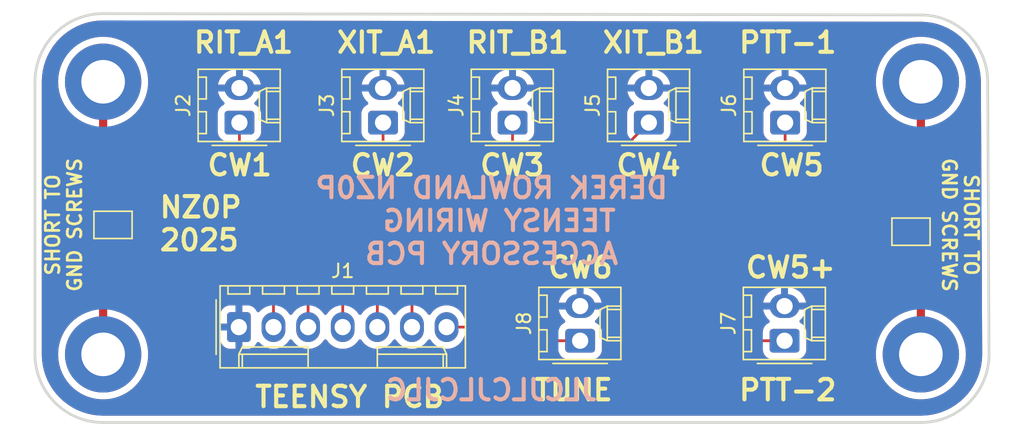
<source format=kicad_pcb>
(kicad_pcb (version 20240108) (generator "pcbnew") (generator_version "8.0")
  (layers (0 "F.Cu" signal) (31 "B.Cu" signal) (34 "B.Paste" user) (35 "F.Paste" user) (36 "B.SilkS" user "B.Silkscreen") (37 "F.SilkS" user "F.Silkscreen") (38 "B.Mask" user) (39 "F.Mask" user) (44 "Edge.Cuts" user))
  (net 0 "")
  (net 1 "/XIT_B1-CW4")
  (net 2 "/RIT_B1-CW3")
  (net 3 "/XIT_A1-CW2")
  (net 4 "GND")
  (net 5 "/TUNE-CW6")
  (net 6 "/RIT_A1-CW1")
  (net 7 "/PTT-CW5")
  (net 8 "/hole1")
  (net 9 "/hole2")
  (footprint "MountingHole:MountingHole_3.2mm_M3_DIN965_Pad" (layer "F.Cu") (at 150 105)
    (property "Reference" "H2" (hide yes))
    (property "Value" "MountingHole_Pad")
    (pad "1" thru_hole circle (at 0 0) (size 5.6 5.6) (drill 3.2) (layers "*.Cu" "*.Mask") (net 8 "/hole1"))
  )
  (footprint "Connector_Molex:Molex_KK-254_AE-6410-02A_1x02_P2.54mm_Vertical" (layer "F.Cu") (at 130.04 88 90)
    (property "Reference" "J5" (at 1.27 -4.12 90) (layer "F.SilkS"))
    (property "Value" "Conn_01x02_Pin")
    (fp_line (start 3.92 -3.03) (end -1.38 -3.03) (stroke (width 0.12)) (layer "F.SilkS"))
    (fp_line (start 1.74 -3.03) (end 1.74 -2.43) (stroke (width 0.12)) (layer "F.SilkS"))
    (fp_line (start -0.8 -3.03) (end -0.8 -2.43) (stroke (width 0.12)) (layer "F.SilkS"))
    (fp_line (start -1.38 -3.03) (end -1.38 2.99) (stroke (width 0.12)) (layer "F.SilkS"))
    (fp_line (start 3.34 -2.43) (end 3.34 -3.03) (stroke (width 0.12)) (layer "F.SilkS"))
    (fp_line (start 1.74 -2.43) (end 3.34 -2.43) (stroke (width 0.12)) (layer "F.SilkS"))
    (fp_line (start 0.8 -2.43) (end 0.8 -3.03) (stroke (width 0.12)) (layer "F.SilkS"))
    (fp_line (start -0.8 -2.43) (end 0.8 -2.43) (stroke (width 0.12)) (layer "F.SilkS"))
    (fp_line (start -1.67 -2) (end -1.67 2) (stroke (width 0.12)) (layer "F.SilkS"))
    (fp_line (start 2.29 1.46) (end 2.54 1.99) (stroke (width 0.12)) (layer "F.SilkS"))
    (fp_line (start 0.25 1.46) (end 2.29 1.46) (stroke (width 0.12)) (layer "F.SilkS"))
    (fp_line (start 2.54 1.99) (end 2.54 2.99) (stroke (width 0.12)) (layer "F.SilkS"))
    (fp_line (start 0 1.99) (end 0.25 1.46) (stroke (width 0.12)) (layer "F.SilkS"))
    (fp_line (start 0 1.99) (end 2.54 1.99) (stroke (width 0.12)) (layer "F.SilkS"))
    (fp_line (start 3.92 2.99) (end 3.92 -3.03) (stroke (width 0.12)) (layer "F.SilkS"))
    (fp_line (start 2.29 2.99) (end 2.29 1.99) (stroke (width 0.12)) (layer "F.SilkS"))
    (fp_line (start 0.25 2.99) (end 0.25 1.99) (stroke (width 0.12)) (layer "F.SilkS"))
    (fp_line (start 0 2.99) (end 0 1.99) (stroke (width 0.12)) (layer "F.SilkS"))
    (fp_line (start -1.38 2.99) (end 3.92 2.99) (stroke (width 0.12)) (layer "F.SilkS"))
    (pad "1" thru_hole roundrect (at 0 0 90) (size 1.74 2.19) (drill 1.19) (layers "*.Cu" "*.Mask") (roundrect_rratio 0.143678) (net 1 "/XIT_B1-CW4"))
    (pad "2" thru_hole oval (at 2.54 0 90) (size 1.74 2.19) (drill 1.19) (layers "*.Cu" "*.Mask") (net 4 "GND"))
  )
  (footprint "Jumper:SolderJumper-2_P1.3mm_Open_TrianglePad1.0x1.5mm" (layer "F.Cu") (at 90.725 95.5)
    (property "Reference" "JP2" (hide yes))
    (property "Value" "SolderJumper_2_Open")
    (fp_line (start -1.4 -1) (end 1.4 -1) (stroke (width 0.12)) (layer "F.SilkS"))
    (fp_line (start -1.4 1) (end -1.4 -1) (stroke (width 0.12)) (layer "F.SilkS"))
    (fp_line (start 1.4 -1) (end 1.4 1) (stroke (width 0.12)) (layer "F.SilkS"))
    (fp_line (start 1.4 1) (end -1.4 1) (stroke (width 0.12)) (layer "F.SilkS"))
    (pad "1" smd custom (at -0.725 0) (size 0.3 0.3) (layers "F.Cu" "F.Mask") (net 9 "/hole2") (options (clearance outline) (anchor rect)) (primitives (gr_poly (pts (xy 1 0) (xy 0.5 0.75) (xy -0.5 0.75) (xy -0.5 -0.75) (xy 0.5 -0.75)) (width 0) (fill yes))))
    (pad "2" smd custom (at 0.725 0) (size 0.3 0.3) (layers "F.Cu" "F.Mask") (net 4 "GND") (options (clearance outline) (anchor rect)) (primitives (gr_poly (pts (xy 0.5 0.75) (xy -0.65 0.75) (xy -0.15 0) (xy -0.65 -0.75) (xy 0.5 -0.75)) (width 0) (fill yes))))
  )
  (footprint "Jumper:SolderJumper-2_P1.3mm_Open_TrianglePad1.0x1.5mm" (layer "F.Cu") (at 149.275 96 180)
    (property "Reference" "JP1" (hide yes))
    (property "Value" "SolderJumper_2_Open")
    (fp_line (start 1.4 1) (end -1.4 1) (stroke (width 0.12)) (layer "F.SilkS"))
    (fp_line (start 1.4 -1) (end 1.4 1) (stroke (width 0.12)) (layer "F.SilkS"))
    (fp_line (start -1.4 1) (end -1.4 -1) (stroke (width 0.12)) (layer "F.SilkS"))
    (fp_line (start -1.4 -1) (end 1.4 -1) (stroke (width 0.12)) (layer "F.SilkS"))
    (pad "1" smd custom (at -0.725 0 180) (size 0.3 0.3) (layers "F.Cu" "F.Mask") (net 8 "/hole1") (options (clearance outline) (anchor rect)) (primitives (gr_poly (pts (xy 1 0) (xy 0.5 0.75) (xy -0.5 0.75) (xy -0.5 -0.75) (xy 0.5 -0.75)) (width 0) (fill yes))))
    (pad "2" smd custom (at 0.725 0 180) (size 0.3 0.3) (layers "F.Cu" "F.Mask") (net 4 "GND") (options (clearance outline) (anchor rect)) (primitives (gr_poly (pts (xy 0.5 0.75) (xy -0.65 0.75) (xy -0.15 0) (xy -0.65 -0.75) (xy 0.5 -0.75)) (width 0) (fill yes))))
  )
  (footprint "Connector_Molex:Molex_KK-254_AE-6410-07A_1x07_P2.54mm_Vertical" (layer "F.Cu") (at 99.96 103)
    (property "Reference" "J1" (at 7.62 -4.12 0) (layer "F.SilkS"))
    (property "Value" "Conn_01x07_Pin")
    (fp_line (start -1.67 -2) (end -1.67 2) (stroke (width 0.12)) (layer "F.SilkS"))
    (fp_line (start -1.38 -3.03) (end -1.38 2.99) (stroke (width 0.12)) (layer "F.SilkS"))
    (fp_line (start -1.38 2.99) (end 16.62 2.99) (stroke (width 0.12)) (layer "F.SilkS"))
    (fp_line (start -0.8 -3.03) (end -0.8 -2.43) (stroke (width 0.12)) (layer "F.SilkS"))
    (fp_line (start -0.8 -2.43) (end 0.8 -2.43) (stroke (width 0.12)) (layer "F.SilkS"))
    (fp_line (start 0 1.99) (end 0.25 1.46) (stroke (width 0.12)) (layer "F.SilkS"))
    (fp_line (start 0 1.99) (end 5.08 1.99) (stroke (width 0.12)) (layer "F.SilkS"))
    (fp_line (start 0 2.99) (end 0 1.99) (stroke (width 0.12)) (layer "F.SilkS"))
    (fp_line (start 0.25 1.46) (end 5.08 1.46) (stroke (width 0.12)) (layer "F.SilkS"))
    (fp_line (start 0.25 2.99) (end 0.25 1.99) (stroke (width 0.12)) (layer "F.SilkS"))
    (fp_line (start 0.8 -2.43) (end 0.8 -3.03) (stroke (width 0.12)) (layer "F.SilkS"))
    (fp_line (start 1.74 -3.03) (end 1.74 -2.43) (stroke (width 0.12)) (layer "F.SilkS"))
    (fp_line (start 1.74 -2.43) (end 3.34 -2.43) (stroke (width 0.12)) (layer "F.SilkS"))
    (fp_line (start 3.34 -2.43) (end 3.34 -3.03) (stroke (width 0.12)) (layer "F.SilkS"))
    (fp_line (start 4.28 -3.03) (end 4.28 -2.43) (stroke (width 0.12)) (layer "F.SilkS"))
    (fp_line (start 4.28 -2.43) (end 5.88 -2.43) (stroke (width 0.12)) (layer "F.SilkS"))
    (fp_line (start 5.08 1.46) (end 5.08 1.99) (stroke (width 0.12)) (layer "F.SilkS"))
    (fp_line (start 5.08 1.99) (end 5.08 2.99) (stroke (width 0.12)) (layer "F.SilkS"))
    (fp_line (start 5.88 -2.43) (end 5.88 -3.03) (stroke (width 0.12)) (layer "F.SilkS"))
    (fp_line (start 6.82 -3.03) (end 6.82 -2.43) (stroke (width 0.12)) (layer "F.SilkS"))
    (fp_line (start 6.82 -2.43) (end 8.42 -2.43) (stroke (width 0.12)) (layer "F.SilkS"))
    (fp_line (start 8.42 -2.43) (end 8.42 -3.03) (stroke (width 0.12)) (layer "F.SilkS"))
    (fp_line (start 9.36 -3.03) (end 9.36 -2.43) (stroke (width 0.12)) (layer "F.SilkS"))
    (fp_line (start 9.36 -2.43) (end 10.96 -2.43) (stroke (width 0.12)) (layer "F.SilkS"))
    (fp_line (start 10.16 1.46) (end 10.16 1.99) (stroke (width 0.12)) (layer "F.SilkS"))
    (fp_line (start 10.16 1.99) (end 10.16 2.99) (stroke (width 0.12)) (layer "F.SilkS"))
    (fp_line (start 10.96 -2.43) (end 10.96 -3.03) (stroke (width 0.12)) (layer "F.SilkS"))
    (fp_line (start 11.9 -3.03) (end 11.9 -2.43) (stroke (width 0.12)) (layer "F.SilkS"))
    (fp_line (start 11.9 -2.43) (end 13.5 -2.43) (stroke (width 0.12)) (layer "F.SilkS"))
    (fp_line (start 13.5 -2.43) (end 13.5 -3.03) (stroke (width 0.12)) (layer "F.SilkS"))
    (fp_line (start 14.44 -3.03) (end 14.44 -2.43) (stroke (width 0.12)) (layer "F.SilkS"))
    (fp_line (start 14.44 -2.43) (end 16.04 -2.43) (stroke (width 0.12)) (layer "F.SilkS"))
    (fp_line (start 14.99 1.46) (end 10.16 1.46) (stroke (width 0.12)) (layer "F.SilkS"))
    (fp_line (start 14.99 2.99) (end 14.99 1.99) (stroke (width 0.12)) (layer "F.SilkS"))
    (fp_line (start 15.24 1.99) (end 10.16 1.99) (stroke (width 0.12)) (layer "F.SilkS"))
    (fp_line (start 15.24 1.99) (end 14.99 1.46) (stroke (width 0.12)) (layer "F.SilkS"))
    (fp_line (start 15.24 2.99) (end 15.24 1.99) (stroke (width 0.12)) (layer "F.SilkS"))
    (fp_line (start 16.04 -2.43) (end 16.04 -3.03) (stroke (width 0.12)) (layer "F.SilkS"))
    (fp_line (start 16.62 -3.03) (end -1.38 -3.03) (stroke (width 0.12)) (layer "F.SilkS"))
    (fp_line (start 16.62 2.99) (end 16.62 -3.03) (stroke (width 0.12)) (layer "F.SilkS"))
    (pad "1" thru_hole roundrect (at 0 0) (size 1.74 2.19) (drill 1.19) (layers "*.Cu" "*.Mask") (roundrect_rratio 0.143678) (net 4 "GND"))
    (pad "2" thru_hole oval (at 2.54 0) (size 1.74 2.19) (drill 1.19) (layers "*.Cu" "*.Mask") (net 6 "/RIT_A1-CW1"))
    (pad "3" thru_hole oval (at 5.08 0) (size 1.74 2.19) (drill 1.19) (layers "*.Cu" "*.Mask") (net 3 "/XIT_A1-CW2"))
    (pad "4" thru_hole oval (at 7.62 0) (size 1.74 2.19) (drill 1.19) (layers "*.Cu" "*.Mask") (net 2 "/RIT_B1-CW3"))
    (pad "5" thru_hole oval (at 10.16 0) (size 1.74 2.19) (drill 1.19) (layers "*.Cu" "*.Mask") (net 1 "/XIT_B1-CW4"))
    (pad "6" thru_hole oval (at 12.7 0) (size 1.74 2.19) (drill 1.19) (layers "*.Cu" "*.Mask") (net 7 "/PTT-CW5"))
    (pad "7" thru_hole oval (at 15.24 0) (size 1.74 2.19) (drill 1.19) (layers "*.Cu" "*.Mask") (net 5 "/TUNE-CW6"))
  )
  (footprint "MountingHole:MountingHole_3.2mm_M3_DIN965_Pad" (layer "F.Cu") (at 90 105)
    (property "Reference" "H4" (hide yes))
    (property "Value" "MountingHole_Pad")
    (pad "1" thru_hole circle (at 0 0) (size 5.6 5.6) (drill 3.2) (layers "*.Cu" "*.Mask") (net 9 "/hole2"))
  )
  (footprint "Connector_Molex:Molex_KK-254_AE-6410-02A_1x02_P2.54mm_Vertical" (layer "F.Cu") (at 120.04 88 90)
    (property "Reference" "J4" (at 1.27 -4.12 90) (layer "F.SilkS"))
    (property "Value" "Conn_01x02_Pin")
    (fp_line (start 3.92 -3.03) (end -1.38 -3.03) (stroke (width 0.12)) (layer "F.SilkS"))
    (fp_line (start 1.74 -3.03) (end 1.74 -2.43) (stroke (width 0.12)) (layer "F.SilkS"))
    (fp_line (start -0.8 -3.03) (end -0.8 -2.43) (stroke (width 0.12)) (layer "F.SilkS"))
    (fp_line (start -1.38 -3.03) (end -1.38 2.99) (stroke (width 0.12)) (layer "F.SilkS"))
    (fp_line (start 3.34 -2.43) (end 3.34 -3.03) (stroke (width 0.12)) (layer "F.SilkS"))
    (fp_line (start 1.74 -2.43) (end 3.34 -2.43) (stroke (width 0.12)) (layer "F.SilkS"))
    (fp_line (start 0.8 -2.43) (end 0.8 -3.03) (stroke (width 0.12)) (layer "F.SilkS"))
    (fp_line (start -0.8 -2.43) (end 0.8 -2.43) (stroke (width 0.12)) (layer "F.SilkS"))
    (fp_line (start -1.67 -2) (end -1.67 2) (stroke (width 0.12)) (layer "F.SilkS"))
    (fp_line (start 2.29 1.46) (end 2.54 1.99) (stroke (width 0.12)) (layer "F.SilkS"))
    (fp_line (start 0.25 1.46) (end 2.29 1.46) (stroke (width 0.12)) (layer "F.SilkS"))
    (fp_line (start 2.54 1.99) (end 2.54 2.99) (stroke (width 0.12)) (layer "F.SilkS"))
    (fp_line (start 0 1.99) (end 0.25 1.46) (stroke (width 0.12)) (layer "F.SilkS"))
    (fp_line (start 0 1.99) (end 2.54 1.99) (stroke (width 0.12)) (layer "F.SilkS"))
    (fp_line (start 3.92 2.99) (end 3.92 -3.03) (stroke (width 0.12)) (layer "F.SilkS"))
    (fp_line (start 2.29 2.99) (end 2.29 1.99) (stroke (width 0.12)) (layer "F.SilkS"))
    (fp_line (start 0.25 2.99) (end 0.25 1.99) (stroke (width 0.12)) (layer "F.SilkS"))
    (fp_line (start 0 2.99) (end 0 1.99) (stroke (width 0.12)) (layer "F.SilkS"))
    (fp_line (start -1.38 2.99) (end 3.92 2.99) (stroke (width 0.12)) (layer "F.SilkS"))
    (pad "1" thru_hole roundrect (at 0 0 90) (size 1.74 2.19) (drill 1.19) (layers "*.Cu" "*.Mask") (roundrect_rratio 0.143678) (net 2 "/RIT_B1-CW3"))
    (pad "2" thru_hole oval (at 2.54 0 90) (size 1.74 2.19) (drill 1.19) (layers "*.Cu" "*.Mask") (net 4 "GND"))
  )
  (footprint "Connector_Molex:Molex_KK-254_AE-6410-02A_1x02_P2.54mm_Vertical" (layer "F.Cu") (at 140 104 90)
    (property "Reference" "J7" (at 1.27 -4.12 90) (layer "F.SilkS"))
    (property "Value" "Conn_01x02_Pin")
    (fp_line (start 3.92 -3.03) (end -1.38 -3.03) (stroke (width 0.12)) (layer "F.SilkS"))
    (fp_line (start 1.74 -3.03) (end 1.74 -2.43) (stroke (width 0.12)) (layer "F.SilkS"))
    (fp_line (start -0.8 -3.03) (end -0.8 -2.43) (stroke (width 0.12)) (layer "F.SilkS"))
    (fp_line (start -1.38 -3.03) (end -1.38 2.99) (stroke (width 0.12)) (layer "F.SilkS"))
    (fp_line (start 3.34 -2.43) (end 3.34 -3.03) (stroke (width 0.12)) (layer "F.SilkS"))
    (fp_line (start 1.74 -2.43) (end 3.34 -2.43) (stroke (width 0.12)) (layer "F.SilkS"))
    (fp_line (start 0.8 -2.43) (end 0.8 -3.03) (stroke (width 0.12)) (layer "F.SilkS"))
    (fp_line (start -0.8 -2.43) (end 0.8 -2.43) (stroke (width 0.12)) (layer "F.SilkS"))
    (fp_line (start -1.67 -2) (end -1.67 2) (stroke (width 0.12)) (layer "F.SilkS"))
    (fp_line (start 2.29 1.46) (end 2.54 1.99) (stroke (width 0.12)) (layer "F.SilkS"))
    (fp_line (start 0.25 1.46) (end 2.29 1.46) (stroke (width 0.12)) (layer "F.SilkS"))
    (fp_line (start 2.54 1.99) (end 2.54 2.99) (stroke (width 0.12)) (layer "F.SilkS"))
    (fp_line (start 0 1.99) (end 0.25 1.46) (stroke (width 0.12)) (layer "F.SilkS"))
    (fp_line (start 0 1.99) (end 2.54 1.99) (stroke (width 0.12)) (layer "F.SilkS"))
    (fp_line (start 3.92 2.99) (end 3.92 -3.03) (stroke (width 0.12)) (layer "F.SilkS"))
    (fp_line (start 2.29 2.99) (end 2.29 1.99) (stroke (width 0.12)) (layer "F.SilkS"))
    (fp_line (start 0.25 2.99) (end 0.25 1.99) (stroke (width 0.12)) (layer "F.SilkS"))
    (fp_line (start 0 2.99) (end 0 1.99) (stroke (width 0.12)) (layer "F.SilkS"))
    (fp_line (start -1.38 2.99) (end 3.92 2.99) (stroke (width 0.12)) (layer "F.SilkS"))
    (pad "1" thru_hole roundrect (at 0 0 90) (size 1.74 2.19) (drill 1.19) (layers "*.Cu" "*.Mask") (roundrect_rratio 0.143678) (net 7 "/PTT-CW5"))
    (pad "2" thru_hole oval (at 2.54 0 90) (size 1.74 2.19) (drill 1.19) (layers "*.Cu" "*.Mask") (net 4 "GND"))
  )
  (footprint "Connector_Molex:Molex_KK-254_AE-6410-02A_1x02_P2.54mm_Vertical" (layer "F.Cu") (at 140.04 88 90)
    (property "Reference" "J6" (at 1.27 -4.12 90) (layer "F.SilkS"))
    (property "Value" "Conn_01x02_Pin")
    (fp_line (start 3.92 -3.03) (end -1.38 -3.03) (stroke (width 0.12)) (layer "F.SilkS"))
    (fp_line (start 1.74 -3.03) (end 1.74 -2.43) (stroke (width 0.12)) (layer "F.SilkS"))
    (fp_line (start -0.8 -3.03) (end -0.8 -2.43) (stroke (width 0.12)) (layer "F.SilkS"))
    (fp_line (start -1.38 -3.03) (end -1.38 2.99) (stroke (width 0.12)) (layer "F.SilkS"))
    (fp_line (start 3.34 -2.43) (end 3.34 -3.03) (stroke (width 0.12)) (layer "F.SilkS"))
    (fp_line (start 1.74 -2.43) (end 3.34 -2.43) (stroke (width 0.12)) (layer "F.SilkS"))
    (fp_line (start 0.8 -2.43) (end 0.8 -3.03) (stroke (width 0.12)) (layer "F.SilkS"))
    (fp_line (start -0.8 -2.43) (end 0.8 -2.43) (stroke (width 0.12)) (layer "F.SilkS"))
    (fp_line (start -1.67 -2) (end -1.67 2) (stroke (width 0.12)) (layer "F.SilkS"))
    (fp_line (start 2.29 1.46) (end 2.54 1.99) (stroke (width 0.12)) (layer "F.SilkS"))
    (fp_line (start 0.25 1.46) (end 2.29 1.46) (stroke (width 0.12)) (layer "F.SilkS"))
    (fp_line (start 2.54 1.99) (end 2.54 2.99) (stroke (width 0.12)) (layer "F.SilkS"))
    (fp_line (start 0 1.99) (end 0.25 1.46) (stroke (width 0.12)) (layer "F.SilkS"))
    (fp_line (start 0 1.99) (end 2.54 1.99) (stroke (width 0.12)) (layer "F.SilkS"))
    (fp_line (start 3.92 2.99) (end 3.92 -3.03) (stroke (width 0.12)) (layer "F.SilkS"))
    (fp_line (start 2.29 2.99) (end 2.29 1.99) (stroke (width 0.12)) (layer "F.SilkS"))
    (fp_line (start 0.25 2.99) (end 0.25 1.99) (stroke (width 0.12)) (layer "F.SilkS"))
    (fp_line (start 0 2.99) (end 0 1.99) (stroke (width 0.12)) (layer "F.SilkS"))
    (fp_line (start -1.38 2.99) (end 3.92 2.99) (stroke (width 0.12)) (layer "F.SilkS"))
    (pad "1" thru_hole roundrect (at 0 0 90) (size 1.74 2.19) (drill 1.19) (layers "*.Cu" "*.Mask") (roundrect_rratio 0.143678) (net 7 "/PTT-CW5"))
    (pad "2" thru_hole oval (at 2.54 0 90) (size 1.74 2.19) (drill 1.19) (layers "*.Cu" "*.Mask") (net 4 "GND"))
  )
  (footprint "MountingHole:MountingHole_3.2mm_M3_DIN965_Pad" (layer "F.Cu") (at 150 85)
    (property "Reference" "H1" (hide yes))
    (property "Value" "MountingHole_Pad")
    (pad "1" thru_hole circle (at 0 0) (size 5.6 5.6) (drill 3.2) (layers "*.Cu" "*.Mask") (net 8 "/hole1"))
  )
  (footprint "Connector_Molex:Molex_KK-254_AE-6410-02A_1x02_P2.54mm_Vertical" (layer "F.Cu") (at 100 88 90)
    (property "Reference" "J2" (at 1.27 -4.12 90) (layer "F.SilkS"))
    (property "Value" "Conn_01x02_Pin")
    (fp_line (start 3.92 -3.03) (end -1.38 -3.03) (stroke (width 0.12)) (layer "F.SilkS"))
    (fp_line (start 1.74 -3.03) (end 1.74 -2.43) (stroke (width 0.12)) (layer "F.SilkS"))
    (fp_line (start -0.8 -3.03) (end -0.8 -2.43) (stroke (width 0.12)) (layer "F.SilkS"))
    (fp_line (start -1.38 -3.03) (end -1.38 2.99) (stroke (width 0.12)) (layer "F.SilkS"))
    (fp_line (start 3.34 -2.43) (end 3.34 -3.03) (stroke (width 0.12)) (layer "F.SilkS"))
    (fp_line (start 1.74 -2.43) (end 3.34 -2.43) (stroke (width 0.12)) (layer "F.SilkS"))
    (fp_line (start 0.8 -2.43) (end 0.8 -3.03) (stroke (width 0.12)) (layer "F.SilkS"))
    (fp_line (start -0.8 -2.43) (end 0.8 -2.43) (stroke (width 0.12)) (layer "F.SilkS"))
    (fp_line (start -1.67 -2) (end -1.67 2) (stroke (width 0.12)) (layer "F.SilkS"))
    (fp_line (start 2.29 1.46) (end 2.54 1.99) (stroke (width 0.12)) (layer "F.SilkS"))
    (fp_line (start 0.25 1.46) (end 2.29 1.46) (stroke (width 0.12)) (layer "F.SilkS"))
    (fp_line (start 2.54 1.99) (end 2.54 2.99) (stroke (width 0.12)) (layer "F.SilkS"))
    (fp_line (start 0 1.99) (end 0.25 1.46) (stroke (width 0.12)) (layer "F.SilkS"))
    (fp_line (start 0 1.99) (end 2.54 1.99) (stroke (width 0.12)) (layer "F.SilkS"))
    (fp_line (start 3.92 2.99) (end 3.92 -3.03) (stroke (width 0.12)) (layer "F.SilkS"))
    (fp_line (start 2.29 2.99) (end 2.29 1.99) (stroke (width 0.12)) (layer "F.SilkS"))
    (fp_line (start 0.25 2.99) (end 0.25 1.99) (stroke (width 0.12)) (layer "F.SilkS"))
    (fp_line (start 0 2.99) (end 0 1.99) (stroke (width 0.12)) (layer "F.SilkS"))
    (fp_line (start -1.38 2.99) (end 3.92 2.99) (stroke (width 0.12)) (layer "F.SilkS"))
    (pad "1" thru_hole roundrect (at 0 0 90) (size 1.74 2.19) (drill 1.19) (layers "*.Cu" "*.Mask") (roundrect_rratio 0.143678) (net 6 "/RIT_A1-CW1"))
    (pad "2" thru_hole oval (at 2.54 0 90) (size 1.74 2.19) (drill 1.19) (layers "*.Cu" "*.Mask") (net 4 "GND"))
  )
  (footprint "MountingHole:MountingHole_3.2mm_M3_DIN965_Pad" (layer "F.Cu") (at 90 85)
    (property "Reference" "H3" (hide yes))
    (property "Value" "MountingHole_Pad")
    (pad "1" thru_hole circle (at 0 0) (size 5.6 5.6) (drill 3.2) (layers "*.Cu" "*.Mask") (net 9 "/hole2"))
  )
  (footprint "Connector_Molex:Molex_KK-254_AE-6410-02A_1x02_P2.54mm_Vertical" (layer "F.Cu") (at 125 104 90)
    (property "Reference" "J8" (at 1.27 -4.12 90) (layer "F.SilkS"))
    (property "Value" "Conn_01x02_Pin")
    (fp_line (start 3.92 -3.03) (end -1.38 -3.03) (stroke (width 0.12)) (layer "F.SilkS"))
    (fp_line (start 1.74 -3.03) (end 1.74 -2.43) (stroke (width 0.12)) (layer "F.SilkS"))
    (fp_line (start -0.8 -3.03) (end -0.8 -2.43) (stroke (width 0.12)) (layer "F.SilkS"))
    (fp_line (start -1.38 -3.03) (end -1.38 2.99) (stroke (width 0.12)) (layer "F.SilkS"))
    (fp_line (start 3.34 -2.43) (end 3.34 -3.03) (stroke (width 0.12)) (layer "F.SilkS"))
    (fp_line (start 1.74 -2.43) (end 3.34 -2.43) (stroke (width 0.12)) (layer "F.SilkS"))
    (fp_line (start 0.8 -2.43) (end 0.8 -3.03) (stroke (width 0.12)) (layer "F.SilkS"))
    (fp_line (start -0.8 -2.43) (end 0.8 -2.43) (stroke (width 0.12)) (layer "F.SilkS"))
    (fp_line (start -1.67 -2) (end -1.67 2) (stroke (width 0.12)) (layer "F.SilkS"))
    (fp_line (start 2.29 1.46) (end 2.54 1.99) (stroke (width 0.12)) (layer "F.SilkS"))
    (fp_line (start 0.25 1.46) (end 2.29 1.46) (stroke (width 0.12)) (layer "F.SilkS"))
    (fp_line (start 2.54 1.99) (end 2.54 2.99) (stroke (width 0.12)) (layer "F.SilkS"))
    (fp_line (start 0 1.99) (end 0.25 1.46) (stroke (width 0.12)) (layer "F.SilkS"))
    (fp_line (start 0 1.99) (end 2.54 1.99) (stroke (width 0.12)) (layer "F.SilkS"))
    (fp_line (start 3.92 2.99) (end 3.92 -3.03) (stroke (width 0.12)) (layer "F.SilkS"))
    (fp_line (start 2.29 2.99) (end 2.29 1.99) (stroke (width 0.12)) (layer "F.SilkS"))
    (fp_line (start 0.25 2.99) (end 0.25 1.99) (stroke (width 0.12)) (layer "F.SilkS"))
    (fp_line (start 0 2.99) (end 0 1.99) (stroke (width 0.12)) (layer "F.SilkS"))
    (fp_line (start -1.38 2.99) (end 3.92 2.99) (stroke (width 0.12)) (layer "F.SilkS"))
    (pad "1" thru_hole roundrect (at 0 0 90) (size 1.74 2.19) (drill 1.19) (layers "*.Cu" "*.Mask") (roundrect_rratio 0.143678) (net 5 "/TUNE-CW6"))
    (pad "2" thru_hole oval (at 2.54 0 90) (size 1.74 2.19) (drill 1.19) (layers "*.Cu" "*.Mask") (net 4 "GND"))
  )
  (footprint "Connector_Molex:Molex_KK-254_AE-6410-02A_1x02_P2.54mm_Vertical" (layer "F.Cu") (at 110.54 88 90)
    (property "Reference" "J3" (at 1.27 -4.12 90) (layer "F.SilkS"))
    (property "Value" "Conn_01x02_Pin")
    (fp_line (start 3.92 -3.03) (end -1.38 -3.03) (stroke (width 0.12)) (layer "F.SilkS"))
    (fp_line (start 1.74 -3.03) (end 1.74 -2.43) (stroke (width 0.12)) (layer "F.SilkS"))
    (fp_line (start -0.8 -3.03) (end -0.8 -2.43) (stroke (width 0.12)) (layer "F.SilkS"))
    (fp_line (start -1.38 -3.03) (end -1.38 2.99) (stroke (width 0.12)) (layer "F.SilkS"))
    (fp_line (start 3.34 -2.43) (end 3.34 -3.03) (stroke (width 0.12)) (layer "F.SilkS"))
    (fp_line (start 1.74 -2.43) (end 3.34 -2.43) (stroke (width 0.12)) (layer "F.SilkS"))
    (fp_line (start 0.8 -2.43) (end 0.8 -3.03) (stroke (width 0.12)) (layer "F.SilkS"))
    (fp_line (start -0.8 -2.43) (end 0.8 -2.43) (stroke (width 0.12)) (layer "F.SilkS"))
    (fp_line (start -1.67 -2) (end -1.67 2) (stroke (width 0.12)) (layer "F.SilkS"))
    (fp_line (start 2.29 1.46) (end 2.54 1.99) (stroke (width 0.12)) (layer "F.SilkS"))
    (fp_line (start 0.25 1.46) (end 2.29 1.46) (stroke (width 0.12)) (layer "F.SilkS"))
    (fp_line (start 2.54 1.99) (end 2.54 2.99) (stroke (width 0.12)) (layer "F.SilkS"))
    (fp_line (start 0 1.99) (end 0.25 1.46) (stroke (width 0.12)) (layer "F.SilkS"))
    (fp_line (start 0 1.99) (end 2.54 1.99) (stroke (width 0.12)) (layer "F.SilkS"))
    (fp_line (start 3.92 2.99) (end 3.92 -3.03) (stroke (width 0.12)) (layer "F.SilkS"))
    (fp_line (start 2.29 2.99) (end 2.29 1.99) (stroke (width 0.12)) (layer "F.SilkS"))
    (fp_line (start 0.25 2.99) (end 0.25 1.99) (stroke (width 0.12)) (layer "F.SilkS"))
    (fp_line (start 0 2.99) (end 0 1.99) (stroke (width 0.12)) (layer "F.SilkS"))
    (fp_line (start -1.38 2.99) (end 3.92 2.99) (stroke (width 0.12)) (layer "F.SilkS"))
    (pad "1" thru_hole roundrect (at 0 0 90) (size 1.74 2.19) (drill 1.19) (layers "*.Cu" "*.Mask") (roundrect_rratio 0.143678) (net 3 "/XIT_A1-CW2"))
    (pad "2" thru_hole oval (at 2.54 0 90) (size 1.74 2.19) (drill 1.19) (layers "*.Cu" "*.Mask") (net 4 "GND"))
  )
  (gr_arc (start 155 105) (mid 153.535534 108.535534) (end 150 110) (stroke (width 0.2)) (layer "Edge.Cuts"))
  (gr_line (start 154.902903 85) (end 155 105) (stroke (width 0.2)) (layer "Edge.Cuts"))
  (gr_line (start 150 110) (end 90 110) (stroke (width 0.2)) (layer "Edge.Cuts"))
  (gr_line (start 85 85) (end 85 105) (stroke (width 0.2)) (layer "Edge.Cuts"))
  (gr_arc (start 90 110) (mid 86.464466 108.535534) (end 85 105) (stroke (width 0.2)) (layer "Edge.Cuts"))
  (gr_arc (start 150 80.097095) (mid 153.466876 81.533123) (end 154.902903 85) (stroke (width 0.2)) (layer "Edge.Cuts"))
  (gr_arc (start 85 85) (mid 86.464466 81.464466) (end 90 80) (stroke (width 0.2)) (layer "Edge.Cuts"))
  (gr_line (start 150 80.097095) (end 90 80) (stroke (width 0.2)) (layer "Edge.Cuts"))
  (gr_text "JLCJLCJLCJLC" (at 118.5 108.5 0) (layer "B.SilkS") (effects (font (size 1.5 1.5) (thickness 0.3) (bold yes)) (justify bottom mirror)))
  (gr_text "DEREK ROWLAND NZ0P\nTEENSY WIRING \nACCESSORY PCB" (at 118.5 98.5 0) (layer "B.SilkS") (effects (font (size 1.5 1.5) (thickness 0.3) (bold yes)) (justify bottom mirror)))
  (gr_text "CW5" (at 138 92 0) (layer "F.SilkS") (effects (font (size 1.5 1.5) (thickness 0.3) (bold yes)) (justify left bottom)))
  (gr_text "CW6" (at 122.5 99.5 0) (layer "F.SilkS") (effects (font (size 1.5 1.5) (thickness 0.3) (bold yes)) (justify left bottom)))
  (gr_text "XIT_A1" (at 107 83 0) (layer "F.SilkS") (effects (font (size 1.5 1.5) (thickness 0.3) (bold yes)) (justify left bottom)))
  (gr_text "TEENSY PCB" (at 101 109 0) (layer "F.SilkS") (effects (font (size 1.5 1.5) (thickness 0.3) (bold yes)) (justify left bottom)))
  (gr_text "PTT-2" (at 136.5 108.5 0) (layer "F.SilkS") (effects (font (size 1.5 1.5) (thickness 0.3) (bold yes)) (justify left bottom)))
  (gr_text "XIT_B1" (at 126.5 83 0) (layer "F.SilkS") (effects (font (size 1.5 1.5) (thickness 0.3) (bold yes)) (justify left bottom)))
  (gr_text "CW1" (at 97.5 92 0) (layer "F.SilkS") (effects (font (size 1.5 1.5) (thickness 0.3) (bold yes)) (justify left bottom)))
  (gr_text "RIT_B1" (at 116.5 83 0) (layer "F.SilkS") (effects (font (size 1.5 1.5) (thickness 0.3) (bold yes)) (justify left bottom)))
  (gr_text "PTT-1" (at 136.5 83 0) (layer "F.SilkS") (effects (font (size 1.5 1.5) (thickness 0.3) (bold yes)) (justify left bottom)))
  (gr_text "TUNE" (at 121.5 108.5 0) (layer "F.SilkS") (effects (font (size 1.5 1.5) (thickness 0.3) (bold yes)) (justify left bottom)))
  (gr_text "NZ0P\n2025" (at 94 97.5 0) (layer "F.SilkS") (effects (font (size 1.5 1.5) (thickness 0.3) (bold yes)) (justify left bottom)))
  (gr_text "CW5+" (at 137 99.5 0) (layer "F.SilkS") (effects (font (size 1.5 1.5) (thickness 0.3) (bold yes)) (justify left bottom)))
  (gr_text "SHORT TO\nGND SCREWS" (at 151.5 95.5 270) (layer "F.SilkS") (effects (font (size 1 1) (thickness 0.2) (bold yes)) (justify bottom)))
  (gr_text "SHORT TO\nGND SCREWS" (at 88.5 95.5 90) (layer "F.SilkS") (effects (font (size 1 1) (thickness 0.2) (bold yes)) (justify bottom)))
  (gr_text "CW3" (at 117.5 92 0) (layer "F.SilkS") (effects (font (size 1.5 1.5) (thickness 0.3) (bold yes)) (justify left bottom)))
  (gr_text "CW4" (at 127.5 92 0) (layer "F.SilkS") (effects (font (size 1.5 1.5) (thickness 0.3) (bold yes)) (justify left bottom)))
  (gr_text "CW2" (at 108 92 0) (layer "F.SilkS") (effects (font (size 1.5 1.5) (thickness 0.3) (bold yes)) (justify left bottom)))
  (gr_text "RIT_A1" (at 96.5 83 0) (layer "F.SilkS") (effects (font (size 1.5 1.5) (thickness 0.3) (bold yes)) (justify left bottom)))
  (segment (start 121.12 92) (end 126 92) (width 0.2) (layer "F.Cu") (net 1))
  (segment (start 110.12 98.88) (end 114 95) (width 0.2) (layer "F.Cu") (net 1))
  (segment (start 126.5 91.5) (end 126.54 91.5) (width 0.2) (layer "F.Cu") (net 1))
  (segment (start 114 95) (end 118.12 95) (width 0.2) (layer "F.Cu") (net 1))
  (segment (start 126 92) (end 126.5 91.5) (width 0.2) (layer "F.Cu") (net 1))
  (segment (start 126.54 91.5) (end 130.04 88) (width 0.2) (layer "F.Cu") (net 1))
  (segment (start 118.12 95) (end 121.12 92) (width 0.2) (layer "F.Cu") (net 1))
  (segment (start 110.12 103) (end 110.12 98.88) (width 0.2) (layer "F.Cu") (net 1))
  (segment (start 107.58 98.92) (end 114.5 92) (width 0.2) (layer "F.Cu") (net 2))
  (segment (start 114.5 92) (end 118 92) (width 0.2) (layer "F.Cu") (net 2))
  (segment (start 118 92) (end 120.04 89.96) (width 0.2) (layer "F.Cu") (net 2))
  (segment (start 107.58 103) (end 107.58 98.92) (width 0.2) (layer "F.Cu") (net 2))
  (segment (start 120.04 89.96) (end 120.04 88) (width 0.2) (layer "F.Cu") (net 2))
  (segment (start 110.5 92) (end 110.5 91.5) (width 0.2) (layer "F.Cu") (net 3))
  (segment (start 105.04 97.46) (end 110.5 92) (width 0.2) (layer "F.Cu") (net 3))
  (segment (start 110.54 91.46) (end 110.54 88) (width 0.2) (layer "F.Cu") (net 3))
  (segment (start 105.04 103) (end 105.04 97.46) (width 0.2) (layer "F.Cu") (net 3))
  (segment (start 110.5 91.5) (end 110.54 91.46) (width 0.2) (layer "F.Cu") (net 3))
  (segment (start 115.2 103) (end 118.5 103) (width 0.2) (layer "F.Cu") (net 5))
  (segment (start 118.5 103) (end 119.5 104) (width 0.2) (layer "F.Cu") (net 5))
  (segment (start 119.5 104) (end 125.04 104) (width 0.2) (layer "F.Cu") (net 5))
  (segment (start 102.5 103) (end 102.5 94.5) (width 0.2) (layer "F.Cu") (net 6))
  (segment (start 100 92) (end 100 88) (width 0.2) (layer "F.Cu") (net 6))
  (segment (start 102.5 94.5) (end 100 92) (width 0.2) (layer "F.Cu") (net 6))
  (segment (start 119.32037 97) (end 121.32037 95) (width 0.2) (layer "F.Cu") (net 7))
  (segment (start 116.5 97) (end 119.32037 97) (width 0.2) (layer "F.Cu") (net 7))
  (segment (start 125 95) (end 135 95) (width 0.2) (layer "F.Cu") (net 7))
  (segment (start 140 104) (end 134 104) (width 0.2) (layer "F.Cu") (net 7))
  (segment (start 112.66 103) (end 112.66 100.84) (width 0.2) (layer "F.Cu") (net 7))
  (segment (start 134 104) (end 125 95) (width 0.2) (layer "F.Cu") (net 7))
  (segment (start 135 95) (end 140.04 89.96) (width 0.2) (layer "F.Cu") (net 7))
  (segment (start 112.66 100.84) (end 116.5 97) (width 0.2) (layer "F.Cu") (net 7))
  (segment (start 140.04 89.96) (end 140.04 88) (width 0.2) (layer "F.Cu") (net 7))
  (segment (start 112.66 103) (end 113.32037 103) (width 0.2) (layer "F.Cu") (net 7))
  (segment (start 121.32037 95) (end 125 95) (width 0.2) (layer "F.Cu") (net 7))
  (segment (start 150 105) (end 150 96) (width 0.6) (layer "F.Cu") (net 8))
  (segment (start 150 85) (end 150 96) (width 0.6) (layer "F.Cu") (net 8))
  (segment (start 90 105) (end 90 95.5) (width 0.6) (layer "F.Cu") (net 9))
  (segment (start 90 85) (end 90 95.5) (width 0.6) (layer "F.Cu") (net 9))
  (zone (net 4) (net_name "GND") (layers "F&B.Cu") (connect_pads (clearance 0.5)) (min_thickness 0.25) (fill yes (thermal_gap 0.5) (thermal_bridge_width 0.5))
    (polygon (pts (xy 156.5 79) (xy 83 79) (xy 83 111) (xy 156.5 111)))
  )
)
</source>
